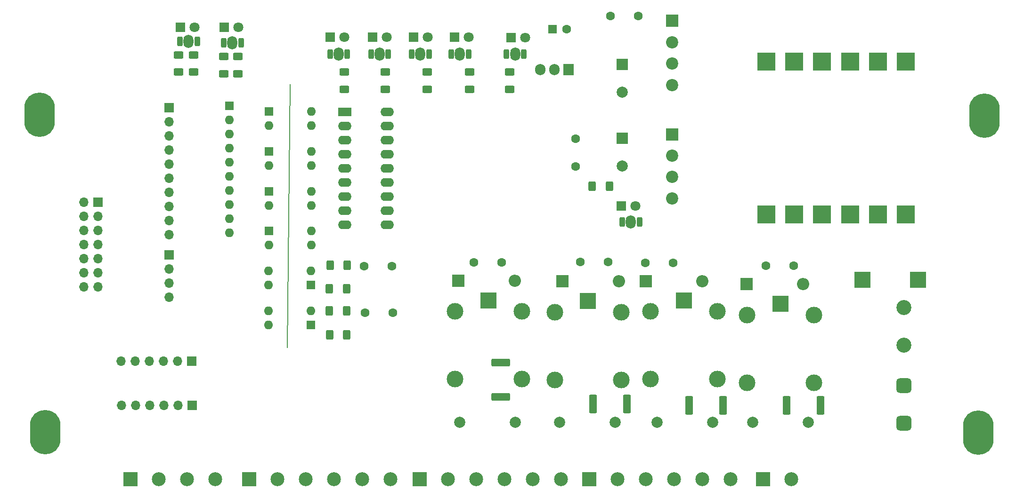
<source format=gbr>
%TF.GenerationSoftware,KiCad,Pcbnew,7.0.2*%
%TF.CreationDate,2024-03-07T12:51:37+05:30*%
%TF.ProjectId,helix2403,68656c69-7832-4343-9033-2e6b69636164,rev?*%
%TF.SameCoordinates,Original*%
%TF.FileFunction,Soldermask,Bot*%
%TF.FilePolarity,Negative*%
%FSLAX46Y46*%
G04 Gerber Fmt 4.6, Leading zero omitted, Abs format (unit mm)*
G04 Created by KiCad (PCBNEW 7.0.2) date 2024-03-07 12:51:37*
%MOMM*%
%LPD*%
G01*
G04 APERTURE LIST*
G04 Aperture macros list*
%AMRoundRect*
0 Rectangle with rounded corners*
0 $1 Rounding radius*
0 $2 $3 $4 $5 $6 $7 $8 $9 X,Y pos of 4 corners*
0 Add a 4 corners polygon primitive as box body*
4,1,4,$2,$3,$4,$5,$6,$7,$8,$9,$2,$3,0*
0 Add four circle primitives for the rounded corners*
1,1,$1+$1,$2,$3*
1,1,$1+$1,$4,$5*
1,1,$1+$1,$6,$7*
1,1,$1+$1,$8,$9*
0 Add four rect primitives between the rounded corners*
20,1,$1+$1,$2,$3,$4,$5,0*
20,1,$1+$1,$4,$5,$6,$7,0*
20,1,$1+$1,$6,$7,$8,$9,0*
20,1,$1+$1,$8,$9,$2,$3,0*%
G04 Aperture macros list end*
%ADD10C,0.200000*%
%ADD11C,2.000000*%
%ADD12R,1.600000X1.600000*%
%ADD13O,1.600000X1.600000*%
%ADD14R,3.000000X3.000000*%
%ADD15C,3.000000*%
%ADD16C,1.600000*%
%ADD17R,1.700000X1.700000*%
%ADD18O,1.700000X1.700000*%
%ADD19R,2.200000X2.200000*%
%ADD20O,2.200000X2.200000*%
%ADD21R,2.500000X2.500000*%
%ADD22C,2.500000*%
%ADD23R,2.000000X2.000000*%
%ADD24O,5.500000X8.000000*%
%ADD25R,2.400000X1.600000*%
%ADD26O,2.400000X1.600000*%
%ADD27C,2.200000*%
%ADD28R,1.905000X2.000000*%
%ADD29O,1.905000X2.000000*%
%ADD30RoundRect,0.675000X0.675000X-0.675000X0.675000X0.675000X-0.675000X0.675000X-0.675000X-0.675000X0*%
%ADD31C,2.700000*%
%ADD32R,1.800000X1.800000*%
%ADD33C,1.800000*%
%ADD34R,3.200000X3.200000*%
%ADD35RoundRect,0.250000X0.625000X-0.400000X0.625000X0.400000X-0.625000X0.400000X-0.625000X-0.400000X0*%
%ADD36O,1.800000X2.400000*%
%ADD37RoundRect,0.190000X-0.285000X-0.685000X0.285000X-0.685000X0.285000X0.685000X-0.285000X0.685000X0*%
%ADD38RoundRect,0.250000X0.400000X0.625000X-0.400000X0.625000X-0.400000X-0.625000X0.400000X-0.625000X0*%
%ADD39RoundRect,0.249999X-0.450001X-1.425001X0.450001X-1.425001X0.450001X1.425001X-0.450001X1.425001X0*%
%ADD40RoundRect,0.249999X-1.425001X0.450001X-1.425001X-0.450001X1.425001X-0.450001X1.425001X0.450001X0*%
%ADD41RoundRect,0.250000X-0.400000X-0.625000X0.400000X-0.625000X0.400000X0.625000X-0.400000X0.625000X0*%
G04 APERTURE END LIST*
D10*
X94326400Y-55473600D02*
X93818400Y-102920800D01*
D11*
%TO.C,C13*%
X170294000Y-116332000D03*
X160294000Y-116332000D03*
%TD*%
D12*
%TO.C,U3*%
X90561800Y-67599760D03*
D13*
X90561800Y-70139760D03*
X98181800Y-70139760D03*
X98181800Y-67599760D03*
%TD*%
D14*
%TO.C,K4*%
X129982400Y-94410400D03*
D15*
X135982400Y-108610400D03*
X123982400Y-108610400D03*
X123982400Y-96410400D03*
X135982400Y-96410400D03*
%TD*%
D16*
%TO.C,C9*%
X151532400Y-87542600D03*
X146532400Y-87542600D03*
%TD*%
D17*
%TO.C,J9*%
X72609400Y-59740800D03*
D18*
X72609400Y-62280800D03*
X72609400Y-64820800D03*
X72609400Y-67360800D03*
X72609400Y-69900800D03*
X72609400Y-72440800D03*
X72609400Y-74980800D03*
X72609400Y-77520800D03*
X72609400Y-80060800D03*
X72609400Y-82600800D03*
%TD*%
D19*
%TO.C,D12*%
X124586400Y-90855800D03*
D20*
X134746400Y-90855800D03*
%TD*%
D16*
%TO.C,C4*%
X184841200Y-88163400D03*
X179841200Y-88163400D03*
%TD*%
D21*
%TO.C,J1*%
X179365600Y-126619000D03*
D22*
X184445600Y-126619000D03*
%TD*%
D16*
%TO.C,C12*%
X112817600Y-96647000D03*
X107817600Y-96647000D03*
%TD*%
D23*
%TO.C,C2*%
X154067200Y-51937523D03*
D11*
X154067200Y-56937523D03*
%TD*%
D19*
%TO.C,D11*%
X143277800Y-90990800D03*
D20*
X153437800Y-90990800D03*
%TD*%
D19*
%TO.C,D6*%
X158258200Y-91010200D03*
D20*
X168418200Y-91010200D03*
%TD*%
D12*
%TO.C,U7*%
X98111000Y-98856800D03*
D13*
X98111000Y-96316800D03*
X90491000Y-96316800D03*
X90491000Y-98856800D03*
%TD*%
D16*
%TO.C,C8*%
X145685200Y-65292600D03*
X145685200Y-70292600D03*
%TD*%
D12*
%TO.C,U6*%
X90561800Y-81953280D03*
D13*
X90561800Y-84493280D03*
X98181800Y-84493280D03*
X98181800Y-81953280D03*
%TD*%
D11*
%TO.C,C16*%
X134814000Y-116332000D03*
X124814000Y-116332000D03*
%TD*%
D24*
%TO.C,REF\u002A\u002A*%
X219142000Y-61163200D03*
%TD*%
D19*
%TO.C,D4*%
X176448400Y-91516200D03*
D20*
X186608400Y-91516200D03*
%TD*%
D14*
%TO.C,K1*%
X182499200Y-95070800D03*
D15*
X188499200Y-109270800D03*
X176499200Y-109270800D03*
X176499200Y-97070800D03*
X188499200Y-97070800D03*
%TD*%
D14*
%TO.C,C5*%
X207251000Y-90703400D03*
X197251000Y-90703400D03*
%TD*%
D12*
%TO.C,U2*%
X90561800Y-60423000D03*
D13*
X90561800Y-62963000D03*
X98181800Y-62963000D03*
X98181800Y-60423000D03*
%TD*%
D16*
%TO.C,C10*%
X132414800Y-87553800D03*
X127414800Y-87553800D03*
%TD*%
%TO.C,C6*%
X163196600Y-87632000D03*
X158196600Y-87632000D03*
%TD*%
D23*
%TO.C,C7*%
X154041800Y-65221723D03*
D11*
X154041800Y-70221723D03*
%TD*%
D17*
%TO.C,J10*%
X72634800Y-86233000D03*
D18*
X72634800Y-88773000D03*
X72634800Y-91313000D03*
X72634800Y-93853000D03*
%TD*%
D16*
%TO.C,C3*%
X156908200Y-43256200D03*
X151908200Y-43256200D03*
%TD*%
D12*
%TO.C,U5*%
X90561800Y-74776520D03*
D13*
X90561800Y-77316520D03*
X98181800Y-77316520D03*
X98181800Y-74776520D03*
%TD*%
D21*
%TO.C,J2*%
X148098200Y-126619000D03*
D22*
X153178200Y-126619000D03*
X158258200Y-126619000D03*
X163338200Y-126619000D03*
X168418200Y-126619000D03*
X173498200Y-126619000D03*
%TD*%
D25*
%TO.C,U4*%
X104191600Y-60462000D03*
D26*
X104191600Y-63002000D03*
X104191600Y-65542000D03*
X104191600Y-68082000D03*
X104191600Y-70622000D03*
X104191600Y-73162000D03*
X104191600Y-75702000D03*
X104191600Y-78242000D03*
X104191600Y-80782000D03*
X111811600Y-80782000D03*
X111811600Y-78242000D03*
X111811600Y-75702000D03*
X111811600Y-73162000D03*
X111811600Y-70622000D03*
X111811600Y-68082000D03*
X111811600Y-65542000D03*
X111811600Y-63002000D03*
X111811600Y-60462000D03*
%TD*%
D21*
%TO.C,J4*%
X87036600Y-126619000D03*
D22*
X92116600Y-126619000D03*
X97196600Y-126619000D03*
X102276600Y-126619000D03*
X107356600Y-126619000D03*
X112436600Y-126619000D03*
%TD*%
D16*
%TO.C,C14*%
X112676000Y-88239600D03*
X107676000Y-88239600D03*
%TD*%
D19*
%TO.C,D2*%
X163008000Y-64516000D03*
D27*
X163008000Y-68366000D03*
X163008000Y-72216000D03*
X163008000Y-76066000D03*
%TD*%
D11*
%TO.C,C15*%
X152768000Y-116332000D03*
X142768000Y-116332000D03*
%TD*%
D12*
%TO.C,RN1*%
X83465200Y-59395200D03*
D13*
X83465200Y-61935200D03*
X83465200Y-64475200D03*
X83465200Y-67015200D03*
X83465200Y-69555200D03*
X83465200Y-72095200D03*
X83465200Y-74635200D03*
X83465200Y-77175200D03*
X83465200Y-79715200D03*
X83465200Y-82255200D03*
%TD*%
D12*
%TO.C,C1*%
X141551175Y-45593000D03*
D16*
X144051175Y-45593000D03*
%TD*%
D21*
%TO.C,J5*%
X65624400Y-126619000D03*
D22*
X70704400Y-126619000D03*
X75784400Y-126619000D03*
X80864400Y-126619000D03*
%TD*%
D12*
%TO.C,U8*%
X98111000Y-91680040D03*
D13*
X98111000Y-89140040D03*
X90491000Y-89140040D03*
X90491000Y-91680040D03*
%TD*%
D24*
%TO.C,REF\u002A\u002A*%
X50359000Y-118186200D03*
%TD*%
%TO.C,REF\u002A\u002A*%
X218049800Y-118262400D03*
%TD*%
D14*
%TO.C,K2*%
X165130932Y-94415600D03*
D15*
X171130932Y-108615600D03*
X159130932Y-108615600D03*
X159130932Y-96415600D03*
X171130932Y-96415600D03*
%TD*%
D19*
%TO.C,D15*%
X163008000Y-44076000D03*
D27*
X163008000Y-47926000D03*
X163008000Y-51776000D03*
X163008000Y-55626000D03*
%TD*%
D24*
%TO.C,REF\u002A\u002A*%
X49343000Y-61010800D03*
%TD*%
D21*
%TO.C,J3*%
X117618200Y-126619000D03*
D22*
X122698200Y-126619000D03*
X127778200Y-126619000D03*
X132858200Y-126619000D03*
X137938200Y-126619000D03*
X143018200Y-126619000D03*
%TD*%
D11*
%TO.C,C11*%
X187486000Y-116332000D03*
X177486000Y-116332000D03*
%TD*%
D28*
%TO.C,U1*%
X144415200Y-52882800D03*
D29*
X141875200Y-52882800D03*
X139335200Y-52882800D03*
%TD*%
D30*
%TO.C,F2*%
X204714800Y-116503600D03*
X204714800Y-109743600D03*
D31*
X204714800Y-102463600D03*
X204714800Y-95703600D03*
%TD*%
D17*
%TO.C,J7*%
X76648000Y-105359200D03*
D18*
X74108000Y-105359200D03*
X71568000Y-105359200D03*
X69028000Y-105359200D03*
X66488000Y-105359200D03*
X63948000Y-105359200D03*
%TD*%
D14*
%TO.C,K3*%
X147915066Y-94545400D03*
D15*
X153915066Y-108745400D03*
X141915066Y-108745400D03*
X141915066Y-96545400D03*
X153915066Y-96545400D03*
%TD*%
D32*
%TO.C,D3*%
X153859000Y-77440000D03*
D33*
X156399000Y-77440000D03*
%TD*%
D17*
%TO.C,J6*%
X76724200Y-113334800D03*
D18*
X74184200Y-113334800D03*
X71644200Y-113334800D03*
X69104200Y-113334800D03*
X66564200Y-113334800D03*
X64024200Y-113334800D03*
%TD*%
D17*
%TO.C,J8*%
X59807800Y-76733400D03*
D18*
X57267800Y-76733400D03*
X59807800Y-79273400D03*
X57267800Y-79273400D03*
X59807800Y-81813400D03*
X57267800Y-81813400D03*
X59807800Y-84353400D03*
X57267800Y-84353400D03*
X59807800Y-86893400D03*
X57267800Y-86893400D03*
X59807800Y-89433400D03*
X57267800Y-89433400D03*
X59807800Y-91973400D03*
X57267800Y-91973400D03*
%TD*%
D34*
%TO.C,T1*%
X199994200Y-78935000D03*
X204994200Y-78935000D03*
X194994200Y-78935000D03*
X189994200Y-78935000D03*
X184994200Y-78935000D03*
X179944200Y-78935000D03*
X179994200Y-51435000D03*
X184994200Y-51435000D03*
X189994200Y-51435000D03*
X194994200Y-51435000D03*
X199994200Y-51435000D03*
X204994200Y-51435000D03*
%TD*%
D35*
%TO.C,R13*%
X76978200Y-53314600D03*
X76978200Y-50214600D03*
%TD*%
%TO.C,R15*%
X74311200Y-53314600D03*
X74311200Y-50214600D03*
%TD*%
D32*
%TO.C,D5*%
X123887000Y-47020000D03*
D33*
X126427000Y-47020000D03*
%TD*%
D36*
%TO.C,D19*%
X124882000Y-50038000D03*
D37*
X123332000Y-50038000D03*
X126432000Y-50038000D03*
%TD*%
D35*
%TO.C,R5*%
X111446000Y-56388000D03*
X111446000Y-53288000D03*
%TD*%
D36*
%TO.C,D20*%
X117770000Y-50038000D03*
D37*
X116220000Y-50038000D03*
X119320000Y-50038000D03*
%TD*%
D36*
%TO.C,D8*%
X76114000Y-47752000D03*
D37*
X74564000Y-47752000D03*
X77664000Y-47752000D03*
%TD*%
D32*
%TO.C,D10*%
X101535000Y-47020000D03*
D33*
X104075000Y-47020000D03*
%TD*%
D32*
%TO.C,D1*%
X134047000Y-47096200D03*
D33*
X136587000Y-47096200D03*
%TD*%
D35*
%TO.C,R3*%
X126584400Y-56388000D03*
X126584400Y-53288000D03*
%TD*%
D38*
%TO.C,R17*%
X104639400Y-88061800D03*
X101539400Y-88061800D03*
%TD*%
D32*
%TO.C,D9*%
X109155000Y-47020000D03*
D33*
X111695000Y-47020000D03*
%TD*%
D36*
%TO.C,D18*%
X155616000Y-80264000D03*
D37*
X154066000Y-80264000D03*
X157166000Y-80264000D03*
%TD*%
D38*
%TO.C,R16*%
X104487000Y-92334600D03*
X101387000Y-92334600D03*
%TD*%
D39*
%TO.C,R7*%
X183582000Y-113284000D03*
X189682000Y-113284000D03*
%TD*%
D32*
%TO.C,D13*%
X82485000Y-45216600D03*
D33*
X85025000Y-45216600D03*
%TD*%
D36*
%TO.C,D16*%
X83988000Y-48006000D03*
D37*
X82438000Y-48006000D03*
X85538000Y-48006000D03*
%TD*%
D36*
%TO.C,D22*%
X103090000Y-50038000D03*
D37*
X101540000Y-50038000D03*
X104640000Y-50038000D03*
%TD*%
D35*
%TO.C,R9*%
X82439200Y-53594000D03*
X82439200Y-50494000D03*
%TD*%
D38*
%TO.C,R10*%
X104537800Y-100660200D03*
X101437800Y-100660200D03*
%TD*%
D35*
%TO.C,R1*%
X133848800Y-56388000D03*
X133848800Y-53288000D03*
%TD*%
D32*
%TO.C,D14*%
X74611000Y-45288200D03*
D33*
X77151000Y-45288200D03*
%TD*%
D36*
%TO.C,D21*%
X110456000Y-50038000D03*
D37*
X108906000Y-50038000D03*
X112006000Y-50038000D03*
%TD*%
D40*
%TO.C,R18*%
X132172400Y-105662000D03*
X132172400Y-111762000D03*
%TD*%
D38*
%TO.C,R12*%
X104487000Y-96322400D03*
X101387000Y-96322400D03*
%TD*%
D35*
%TO.C,R6*%
X104080000Y-56388000D03*
X104080000Y-53288000D03*
%TD*%
%TO.C,R8*%
X84979200Y-53594000D03*
X84979200Y-50494000D03*
%TD*%
D39*
%TO.C,R11*%
X166052000Y-113284000D03*
X172152000Y-113284000D03*
%TD*%
D35*
%TO.C,R4*%
X119040600Y-56388000D03*
X119040600Y-53288000D03*
%TD*%
D41*
%TO.C,R2*%
X148631000Y-73863200D03*
X151731000Y-73863200D03*
%TD*%
D39*
%TO.C,R14*%
X148780000Y-113030000D03*
X154880000Y-113030000D03*
%TD*%
D32*
%TO.C,D7*%
X116521000Y-47020000D03*
D33*
X119061000Y-47020000D03*
%TD*%
D36*
%TO.C,D17*%
X134814000Y-50038000D03*
D37*
X133264000Y-50038000D03*
X136364000Y-50038000D03*
%TD*%
M02*

</source>
